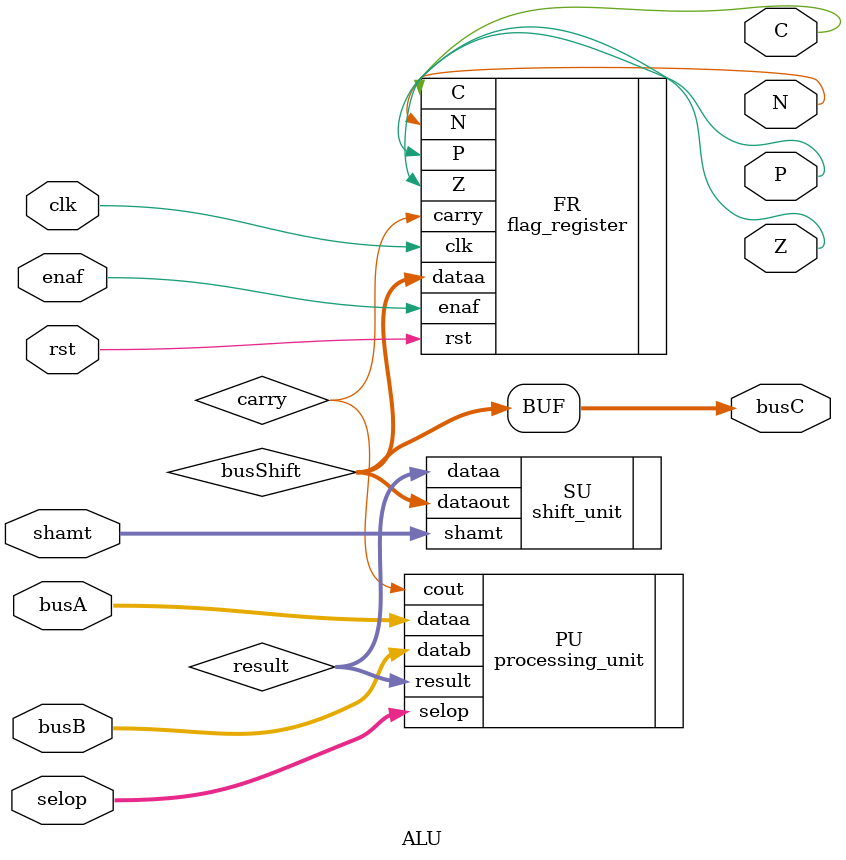
<source format=v>
`timescale 1ns / 1ps
module ALU
  #(parameter MAX_WIDTH = 8)
  (
    input wire clk,
	 input wire rst,
	 input wire [MAX_WIDTH-1:0] busA,
	 input wire [MAX_WIDTH-1:0] busB,
	 input wire [2:0] selop,
	 input wire [1:0] shamt,
	 input wire enaf,
	 output wire [MAX_WIDTH-1:0] busC,
	 output wire C,
	 output wire N,
	 output wire P,
	 output wire Z
  );
  
  wire[MAX_WIDTH-1:0] result, busShift;
  wire carry;
  
  assign busC = busShift;
  
  // Instantiate Processiing Unit
  processing_unit #(.N(MAX_WIDTH)) PU (
	.dataa(busA),
	.datab(busB),
	.selop(selop),
	.result(result),
	.cout(carry)
  );

  // Instantiate Flag Register
  flag_register #(.MAX_WIDTH(MAX_WIDTH)) FR (
	.clk(clk),
	.rst(rst),
	.enaf(enaf),
	.dataa(busShift),
	.carry(carry),
	.C(C),
	.N(N),
	.P(P),
	.Z(Z)
  );

  // Instantiate Shift Unit
  shift_unit #(.N(MAX_WIDTH)) SU (
	.shamt(shamt),
	.dataa(result),
	.dataout(busShift));
endmodule 
</source>
